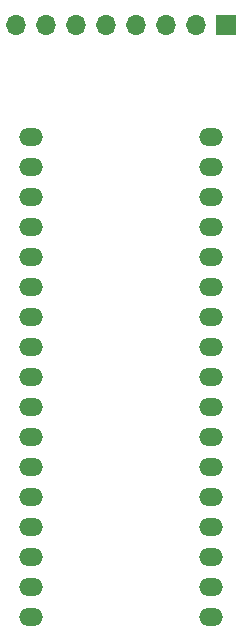
<source format=gbr>
%TF.GenerationSoftware,KiCad,Pcbnew,8.0.0*%
%TF.CreationDate,2024-05-09T13:21:52+02:00*%
%TF.ProjectId,LogUnit,4c6f6755-6e69-4742-9e6b-696361645f70,rev?*%
%TF.SameCoordinates,Original*%
%TF.FileFunction,Soldermask,Bot*%
%TF.FilePolarity,Negative*%
%FSLAX46Y46*%
G04 Gerber Fmt 4.6, Leading zero omitted, Abs format (unit mm)*
G04 Created by KiCad (PCBNEW 8.0.0) date 2024-05-09 13:21:52*
%MOMM*%
%LPD*%
G01*
G04 APERTURE LIST*
%ADD10R,1.700000X1.700000*%
%ADD11O,1.700000X1.700000*%
%ADD12O,2.000000X1.500000*%
G04 APERTURE END LIST*
D10*
%TO.C,U3*%
X120585000Y-69830000D03*
D11*
X118045000Y-69830000D03*
X115505000Y-69830000D03*
X112965000Y-69830000D03*
X110425000Y-69830000D03*
X107885000Y-69830000D03*
X105345000Y-69830000D03*
X102805000Y-69830000D03*
%TD*%
D12*
%TO.C,U1*%
X104080000Y-79290000D03*
X104080000Y-81830000D03*
X104080000Y-84370000D03*
X104080000Y-86910000D03*
X104080000Y-89450000D03*
X104080000Y-91990000D03*
X104080000Y-94530000D03*
X104080000Y-97070000D03*
X104080000Y-99610000D03*
X104080000Y-102150000D03*
X104080000Y-104690000D03*
X104080000Y-107230000D03*
X104080000Y-109770000D03*
X104080000Y-112310000D03*
X104080000Y-114850000D03*
X104080000Y-117390000D03*
X104080000Y-119930000D03*
X119320000Y-119930000D03*
X119320000Y-117390000D03*
X119320000Y-114850000D03*
X119320000Y-112310000D03*
X119320000Y-109770000D03*
X119320000Y-107230000D03*
X119320000Y-104690000D03*
X119320000Y-102150000D03*
X119320000Y-99610000D03*
X119320000Y-97070000D03*
X119320000Y-94530000D03*
X119320000Y-91990000D03*
X119320000Y-89450000D03*
X119320000Y-86910000D03*
X119320000Y-84370000D03*
X119320000Y-81830000D03*
X119320000Y-79290000D03*
%TD*%
M02*

</source>
